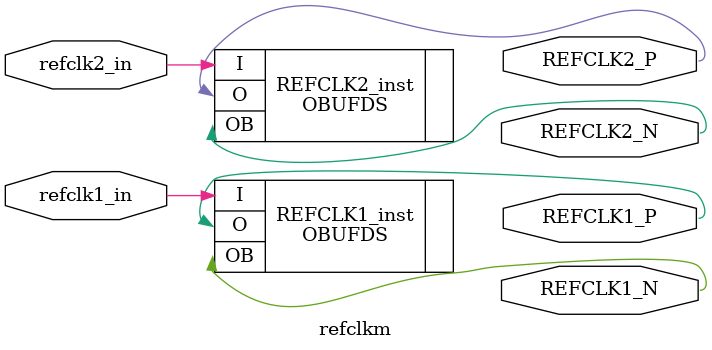
<source format=v>
`timescale 1ns / 1ps


module refclkm
(   input   refclk1_in,
    input   refclk2_in,
    output  REFCLK1_P,          REFCLK1_N,          REFCLK2_P,          REFCLK2_N);

OBUFDS REFCLK1_inst (
  .O(REFCLK1_P),    // 1-bit output: Diff_p output (connect directly to top-level port)
  .OB(REFCLK1_N),   // 1-bit output: Diff_n output (connect directly to top-level port)
  .I(refclk1_in)      // 1-bit input: Buffer input
);

OBUFDS REFCLK2_inst (
  .O(REFCLK2_P),    // 1-bit output: Diff_p output (connect directly to top-level port)
  .OB(REFCLK2_N),   // 1-bit output: Diff_n output (connect directly to top-level port)
  .I(refclk2_in)      // 1-bit input: Buffer input
);

endmodule

</source>
